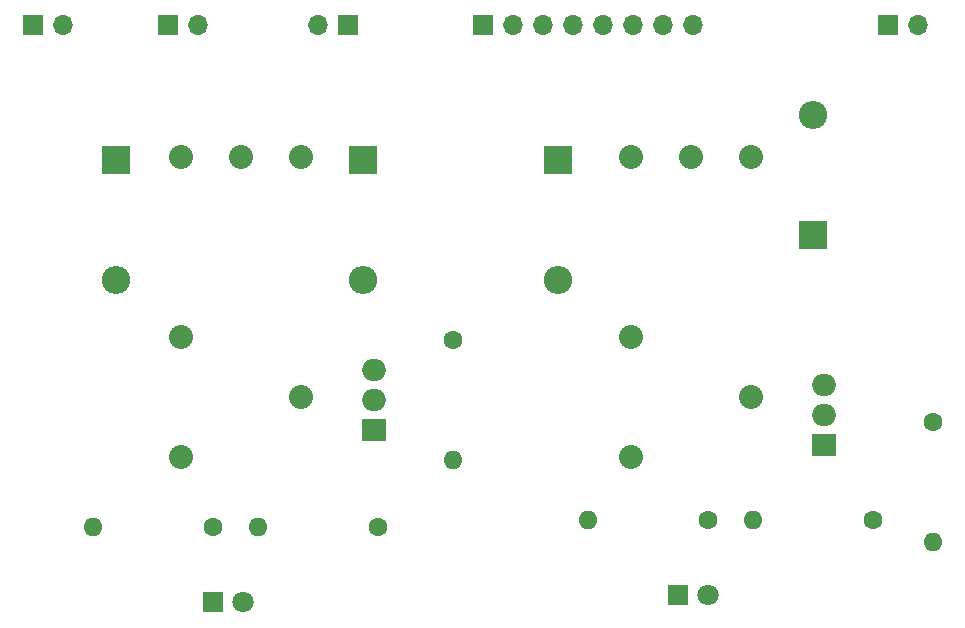
<source format=gbr>
%TF.GenerationSoftware,KiCad,Pcbnew,(6.0.2)*%
%TF.CreationDate,2022-07-20T21:02:28+09:00*%
%TF.ProjectId,______,a90428e8-8c5c-42e6-9b69-6361645f7063,rev?*%
%TF.SameCoordinates,Original*%
%TF.FileFunction,Soldermask,Top*%
%TF.FilePolarity,Negative*%
%FSLAX46Y46*%
G04 Gerber Fmt 4.6, Leading zero omitted, Abs format (unit mm)*
G04 Created by KiCad (PCBNEW (6.0.2)) date 2022-07-20 21:02:28*
%MOMM*%
%LPD*%
G01*
G04 APERTURE LIST*
%ADD10R,2.000000X1.905000*%
%ADD11O,2.000000X1.905000*%
%ADD12R,2.400000X2.400000*%
%ADD13O,2.400000X2.400000*%
%ADD14R,1.700000X1.700000*%
%ADD15O,1.700000X1.700000*%
%ADD16C,2.032000*%
%ADD17C,1.600000*%
%ADD18O,1.600000X1.600000*%
%ADD19R,1.800000X1.800000*%
%ADD20C,1.800000*%
G04 APERTURE END LIST*
D10*
%TO.C,Q2*%
X129215000Y-83820000D03*
D11*
X129215000Y-81280000D03*
X129215000Y-78740000D03*
%TD*%
D12*
%TO.C,D4*%
X128270000Y-66040000D03*
D13*
X128270000Y-55880000D03*
%TD*%
D14*
%TO.C,J4*%
X88900000Y-48260000D03*
D15*
X86360000Y-48260000D03*
%TD*%
D14*
%TO.C,J5*%
X100345000Y-48260000D03*
D15*
X102885000Y-48260000D03*
X105425000Y-48260000D03*
X107965000Y-48260000D03*
X110505000Y-48260000D03*
X113045000Y-48260000D03*
X115585000Y-48260000D03*
X118125000Y-48260000D03*
%TD*%
D16*
%TO.C,U1*%
X74731800Y-59448500D03*
X74731800Y-74688500D03*
X74731800Y-84848500D03*
X84891800Y-79768500D03*
X84891800Y-59448500D03*
X79811800Y-59448500D03*
%TD*%
D17*
%TO.C,R2*%
X97790000Y-74930000D03*
D18*
X97790000Y-85090000D03*
%TD*%
D12*
%TO.C,D2*%
X69215000Y-59690000D03*
D13*
X69215000Y-69850000D03*
%TD*%
D12*
%TO.C,D5*%
X106680000Y-59690000D03*
D13*
X106680000Y-69850000D03*
%TD*%
D14*
%TO.C,J2*%
X62230000Y-48260000D03*
D15*
X64770000Y-48260000D03*
%TD*%
D19*
%TO.C,D6*%
X116840000Y-96520000D03*
D20*
X119380000Y-96520000D03*
%TD*%
D10*
%TO.C,Q1*%
X91115000Y-82550000D03*
D11*
X91115000Y-80010000D03*
X91115000Y-77470000D03*
%TD*%
D17*
%TO.C,R1*%
X77470000Y-90805000D03*
D18*
X67310000Y-90805000D03*
%TD*%
D16*
%TO.C,U2*%
X112831800Y-59448500D03*
X112831800Y-74688500D03*
X112831800Y-84848500D03*
X122991800Y-79768500D03*
X122991800Y-59448500D03*
X117911800Y-59448500D03*
%TD*%
D17*
%TO.C,R4*%
X119380000Y-90170000D03*
D18*
X109220000Y-90170000D03*
%TD*%
D17*
%TO.C,R3*%
X91440000Y-90805000D03*
D18*
X81280000Y-90805000D03*
%TD*%
D17*
%TO.C,R6*%
X133350000Y-90170000D03*
D18*
X123190000Y-90170000D03*
%TD*%
D14*
%TO.C,J1*%
X73660000Y-48260000D03*
D15*
X76200000Y-48260000D03*
%TD*%
D19*
%TO.C,D3*%
X77470000Y-97155000D03*
D20*
X80010000Y-97155000D03*
%TD*%
D12*
%TO.C,D1*%
X90170000Y-59690000D03*
D13*
X90170000Y-69850000D03*
%TD*%
D17*
%TO.C,R5*%
X138430000Y-81915000D03*
D18*
X138430000Y-92075000D03*
%TD*%
D14*
%TO.C,J3*%
X134620000Y-48260000D03*
D15*
X137160000Y-48260000D03*
%TD*%
M02*

</source>
